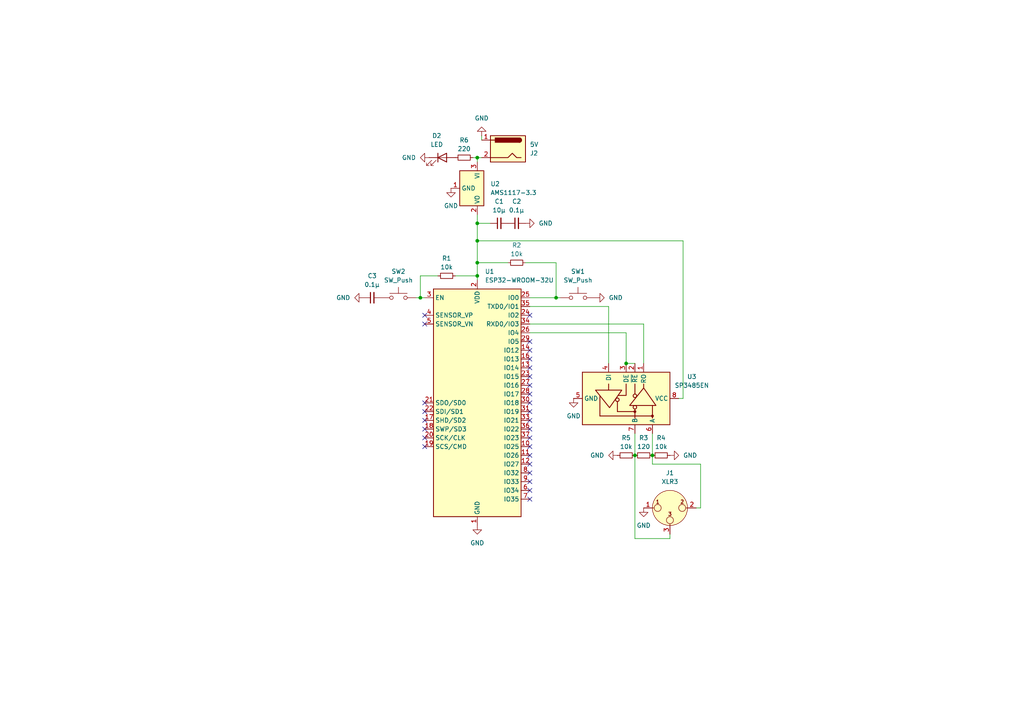
<source format=kicad_sch>
(kicad_sch (version 20231120) (generator "eeschema") (generator_version "8.0")
  (paper "A4")
  (title_block (title "Wi-Fi DMX-controller") (date "2025-03-07"))
  (lib_symbols
    (symbol "Connector:Barrel_Jack" (pin_names (offset 1.016))
      (property "Reference" "J" (at 0 5.334 0))
      (property "Value" "Barrel_Jack" (at 0 -5.08 0))
      (symbol "Barrel_Jack_0_1"
        (rectangle (start -5.08 3.81) (end 5.08 -3.81) (stroke (width 0.254)) (fill (type background)))
        (arc (start -3.302 3.175) (mid -3.9343 2.54) (end -3.302 1.905) (stroke (width 0.254)))
        (arc (start -3.302 3.175) (mid -3.9343 2.54) (end -3.302 1.905) (stroke (width 0.254)) (fill (type outline)))
        (polyline (pts (xy 5.08 2.54) (xy 3.81 2.54)) (stroke (width 0.254)))
        (polyline (pts (xy -3.81 -2.54) (xy -2.54 -2.54) (xy -1.27 -1.27) (xy 0 -2.54) (xy 2.54 -2.54) (xy 5.08 -2.54)) (stroke (width 0.254)))
        (rectangle (start 3.683 3.175) (end -3.302 1.905) (stroke (width 0.254)) (fill (type outline)))
      )
      (symbol "Barrel_Jack_1_1"
        (pin passive line (at 7.62 2.54 180) (length 2.54) (name "~") (number "1"))
        (pin passive line (at 7.62 -2.54 180) (length 2.54) (name "~") (number "2"))
      )
    )
    (symbol "Connector_Audio:XLR3" (pin_names hide)
      (property "Reference" "J" (at 0 8.89 0))
      (property "Value" "XLR3" (at 0 6.35 0))
      (symbol "XLR3_0_1"
        (circle (center -3.556 0) (radius 1.016))
        (circle (center 0 -3.556) (radius 1.016))
        (polyline (pts (xy -5.08 0) (xy -4.572 0)))
        (polyline (pts (xy 0 -5.08) (xy 0 -4.572)))
        (polyline (pts (xy 5.08 0) (xy 4.572 0)))
        (circle (center 0 0) (radius 5.08) (fill (type background)))
        (circle (center 3.556 0) (radius 1.016))
        (text "1" (at -3.556 1.778 0) (effects (font (size 1.016 1.016) (bold yes))))
        (text "2" (at 3.556 1.778 0) (effects (font (size 1.016 1.016) (bold yes))))
        (text "3" (at 0 -1.778 0) (effects (font (size 1.016 1.016) (bold yes))))
        (pin passive line (at -7.62 0 0) (length 2.54) (name "~") (number "1"))
        (pin passive line (at 7.62 0 180) (length 2.54) (name "~") (number "2"))
        (pin passive line (at 0 -7.62 90) (length 2.54) (name "~") (number "3"))
      )
    )
    (symbol "Device:C_Small" (pin_numbers hide) (pin_names (offset 0.254) hide)
      (property "Reference" "C" (at 0.254 1.778 0))
      (property "Value" "C_Small" (at 0.254 -2.032 0))
      (symbol "C_Small_0_1"
        (polyline (pts (xy -1.524 -0.508) (xy 1.524 -0.508)) (stroke (width 0.3302)))
        (polyline (pts (xy -1.524 0.508) (xy 1.524 0.508)) (stroke (width 0.3048)))
      )
      (symbol "C_Small_1_1"
        (pin passive line (at 0 2.54 270) (length 2.032) (name "~") (number "1"))
        (pin passive line (at 0 -2.54 90) (length 2.032) (name "~") (number "2"))
      )
    )
    (symbol "Device:LED" (pin_numbers hide) (pin_names (offset 1.016) hide)
      (property "Reference" "D" (at 0 2.54 0))
      (property "Value" "LED" (at 0 -2.54 0))
      (symbol "LED_0_1"
        (polyline (pts (xy -1.27 -1.27) (xy -1.27 1.27)) (stroke (width 0.254)))
        (polyline (pts (xy -1.27 0) (xy 1.27 0)))
        (polyline (pts (xy 1.27 -1.27) (xy 1.27 1.27) (xy -1.27 0) (xy 1.27 -1.27)) (stroke (width 0.254)))
        (polyline (pts (xy -3.048 -0.762) (xy -4.572 -2.286) (xy -3.81 -2.286) (xy -4.572 -2.286) (xy -4.572 -1.524)))
        (polyline (pts (xy -1.778 -0.762) (xy -3.302 -2.286) (xy -2.54 -2.286) (xy -3.302 -2.286) (xy -3.302 -1.524)))
      )
      (symbol "LED_1_1"
        (pin passive line (at -3.81 0 0) (length 2.54) (name "K") (number "1"))
        (pin passive line (at 3.81 0 180) (length 2.54) (name "A") (number "2"))
      )
    )
    (symbol "Device:R_Small" (pin_numbers hide) (pin_names (offset 0.254) hide)
      (property "Reference" "R" (at 0.762 0.508 0))
      (property "Value" "R_Small" (at 0.762 -1.016 0))
      (symbol "R_Small_0_1"
        (rectangle (start -0.762 1.778) (end 0.762 -1.778) (stroke (width 0.2032)))
      )
      (symbol "R_Small_1_1"
        (pin passive line (at 0 2.54 270) (length 0.762) (name "~") (number "1"))
        (pin passive line (at 0 -2.54 90) (length 0.762) (name "~") (number "2"))
      )
    )
    (symbol "Interface_UART:SP3485EN"
      (property "Reference" "U" (at -7.62 13.97 0))
      (property "Value" "SP3485EN" (at 1.905 13.97 0))
      (symbol "SP3485EN_0_1"
        (rectangle (start -7.62 12.7) (end 7.62 -12.7) (stroke (width 0.254)) (fill (type background)))
        (polyline (pts (xy -4.191 2.54) (xy -1.27 2.54)) (stroke (width 0.254)))
        (polyline (pts (xy -2.54 -5.08) (xy -4.191 -5.08)) (stroke (width 0.254)))
        (polyline (pts (xy -0.635 -7.62) (xy 5.08 -7.62)) (stroke (width 0.254)))
        (polyline (pts (xy 0.889 -2.54) (xy 3.81 -2.54)) (stroke (width 0.254)))
        (polyline (pts (xy 2.032 7.62) (xy 5.715 7.62)) (stroke (width 0.254)))
        (polyline (pts (xy 3.048 2.54) (xy 5.715 2.54)) (stroke (width 0.254)))
        (polyline (pts (xy 3.81 -2.54) (xy 3.81 2.54)) (stroke (width 0.254)))
        (polyline (pts (xy 5.08 -7.62) (xy 5.08 7.62)) (stroke (width 0.254)))
        (polyline (pts (xy -4.191 0) (xy -0.889 0) (xy -0.889 -2.286)) (stroke (width 0.254)))
        (polyline (pts (xy -3.175 5.08) (xy -4.191 5.08) (xy -4.064 5.08)) (stroke (width 0.254)))
        (polyline (pts (xy -2.413 -5.08) (xy -2.413 -1.27) (xy 2.667 -4.826) (xy -2.413 -8.89) (xy -2.413 -5.08)) (stroke (width 0.254)))
        (circle (center 0.381 -2.54) (radius 0.508) (stroke (width 0.254)))
        (circle (center 3.81 2.54) (radius 0.2794) (stroke (width 0.254)) (fill (type outline)))
      )
      (symbol "SP3485EN_1_1"
        (circle (center -0.762 2.54) (radius 0.508) (stroke (width 0.254)))
        (polyline (pts (xy 2.032 4.826) (xy 2.032 8.636) (xy -3.048 5.08) (xy 2.032 1.016) (xy 2.032 4.826)) (stroke (width 0.254)))
        (circle (center 2.54 2.54) (radius 0.508) (stroke (width 0.254)))
        (circle (center 5.08 7.62) (radius 0.2794) (stroke (width 0.254)) (fill (type outline)))
        (pin output line (at -10.16 5.08 0) (length 2.54) (name "RO") (number "1"))
        (pin input line (at -10.16 2.54 0) (length 2.54) (name "~{RE}") (number "2"))
        (pin input line (at -10.16 0 0) (length 2.54) (name "DE") (number "3"))
        (pin input line (at -10.16 -5.08 0) (length 2.54) (name "DI") (number "4"))
        (pin power_in line (at 0 -15.24 90) (length 2.54) (name "GND") (number "5"))
        (pin bidirectional line (at 10.16 7.62 180) (length 2.54) (name "A") (number "6"))
        (pin bidirectional line (at 10.16 2.54 180) (length 2.54) (name "B") (number "7"))
        (pin power_in line (at 0 15.24 270) (length 2.54) (name "VCC") (number "8"))
      )
    )
    (symbol "RF_Module:ESP32-WROOM-32U"
      (property "Reference" "U" (at -12.7 34.29 0))
      (property "Value" "ESP32-WROOM-32U" (at 1.27 34.29 0))
      (symbol "ESP32-WROOM-32U_0_1"
        (rectangle (start -12.7 33.02) (end 12.7 -33.02) (stroke (width 0.254)) (fill (type background)))
      )
      (symbol "ESP32-WROOM-32U_1_1"
        (pin power_in line (at 0 -35.56 90) (length 2.54) (name "GND") (number "1"))
        (pin bidirectional line (at 15.24 -12.7 180) (length 2.54) (name "IO25") (number "10"))
        (pin bidirectional line (at 15.24 -15.24 180) (length 2.54) (name "IO26") (number "11"))
        (pin bidirectional line (at 15.24 -17.78 180) (length 2.54) (name "IO27") (number "12"))
        (pin bidirectional line (at 15.24 10.16 180) (length 2.54) (name "IO14") (number "13"))
        (pin bidirectional line (at 15.24 15.24 180) (length 2.54) (name "IO12") (number "14"))
        (pin passive line (at 0 -35.56 90) (length 2.54) hide (name "GND") (number "15"))
        (pin bidirectional line (at 15.24 12.7 180) (length 2.54) (name "IO13") (number "16"))
        (pin bidirectional line (at -15.24 -5.08 0) (length 2.54) (name "SHD/SD2") (number "17"))
        (pin bidirectional line (at -15.24 -7.62 0) (length 2.54) (name "SWP/SD3") (number "18"))
        (pin bidirectional line (at -15.24 -12.7 0) (length 2.54) (name "SCS/CMD") (number "19"))
        (pin power_in line (at 0 35.56 270) (length 2.54) (name "VDD") (number "2"))
        (pin bidirectional line (at -15.24 -10.16 0) (length 2.54) (name "SCK/CLK") (number "20"))
        (pin bidirectional line (at -15.24 0 0) (length 2.54) (name "SDO/SD0") (number "21"))
        (pin bidirectional line (at -15.24 -2.54 0) (length 2.54) (name "SDI/SD1") (number "22"))
        (pin bidirectional line (at 15.24 7.62 180) (length 2.54) (name "IO15") (number "23"))
        (pin bidirectional line (at 15.24 25.4 180) (length 2.54) (name "IO2") (number "24"))
        (pin bidirectional line (at 15.24 30.48 180) (length 2.54) (name "IO0") (number "25"))
        (pin bidirectional line (at 15.24 20.32 180) (length 2.54) (name "IO4") (number "26"))
        (pin bidirectional line (at 15.24 5.08 180) (length 2.54) (name "IO16") (number "27"))
        (pin bidirectional line (at 15.24 2.54 180) (length 2.54) (name "IO17") (number "28"))
        (pin bidirectional line (at 15.24 17.78 180) (length 2.54) (name "IO5") (number "29"))
        (pin input line (at -15.24 30.48 0) (length 2.54) (name "EN") (number "3"))
        (pin bidirectional line (at 15.24 0 180) (length 2.54) (name "IO18") (number "30"))
        (pin bidirectional line (at 15.24 -2.54 180) (length 2.54) (name "IO19") (number "31"))
        (pin no_connect line (at -12.7 -27.94 0) (length 2.54) hide (name "NC") (number "32"))
        (pin bidirectional line (at 15.24 -5.08 180) (length 2.54) (name "IO21") (number "33"))
        (pin bidirectional line (at 15.24 22.86 180) (length 2.54) (name "RXD0/IO3") (number "34"))
        (pin bidirectional line (at 15.24 27.94 180) (length 2.54) (name "TXD0/IO1") (number "35"))
        (pin bidirectional line (at 15.24 -7.62 180) (length 2.54) (name "IO22") (number "36"))
        (pin bidirectional line (at 15.24 -10.16 180) (length 2.54) (name "IO23") (number "37"))
        (pin passive line (at 0 -35.56 90) (length 2.54) hide (name "GND") (number "38"))
        (pin passive line (at 0 -35.56 90) (length 2.54) hide (name "GND") (number "39"))
        (pin input line (at -15.24 25.4 0) (length 2.54) (name "SENSOR_VP") (number "4"))
        (pin input line (at -15.24 22.86 0) (length 2.54) (name "SENSOR_VN") (number "5"))
        (pin input line (at 15.24 -25.4 180) (length 2.54) (name "IO34") (number "6"))
        (pin input line (at 15.24 -27.94 180) (length 2.54) (name "IO35") (number "7"))
        (pin bidirectional line (at 15.24 -20.32 180) (length 2.54) (name "IO32") (number "8"))
        (pin bidirectional line (at 15.24 -22.86 180) (length 2.54) (name "IO33") (number "9"))
      )
    )
    (symbol "Regulator_Linear:AMS1117-3.3"
      (property "Reference" "U" (at -3.81 3.175 0))
      (property "Value" "AMS1117-3.3" (at 0 3.175 0))
      (symbol "AMS1117-3.3_0_1"
        (rectangle (start -5.08 -5.08) (end 5.08 1.905) (stroke (width 0.254)) (fill (type background)))
      )
      (symbol "AMS1117-3.3_1_1"
        (pin power_in line (at 0 -7.62 90) (length 2.54) (name "GND") (number "1"))
        (pin power_out line (at 7.62 0 180) (length 2.54) (name "VO") (number "2"))
        (pin power_in line (at -7.62 0 0) (length 2.54) (name "VI") (number "3"))
      )
    )
    (symbol "Switch:SW_Push" (pin_numbers hide) (pin_names (offset 1.016) hide)
      (property "Reference" "SW" (at 1.27 2.54 0))
      (property "Value" "SW_Push" (at 0 -1.524 0))
      (symbol "SW_Push_0_1"
        (circle (center -2.032 0) (radius 0.508))
        (polyline (pts (xy 0 1.27) (xy 0 3.048)))
        (polyline (pts (xy 2.54 1.27) (xy -2.54 1.27)))
        (circle (center 2.032 0) (radius 0.508))
        (pin passive line (at -5.08 0 0) (length 2.54) (name "1") (number "1"))
        (pin passive line (at 5.08 0 180) (length 2.54) (name "2") (number "2"))
      )
    )
    (symbol "power:GND" (power) (pin_numbers hide) (pin_names (offset 0) hide)
      (property "Value" "GND" (at 0 -3.81 0))
      (symbol "GND_0_1"
        (polyline (pts (xy 0 0) (xy 0 -1.27) (xy 1.27 -1.27) (xy 0 -2.54) (xy -1.27 -1.27) (xy 0 -1.27)))
      )
      (symbol "GND_1_1"
        (pin power_in line (at 0 0 270) (length 0) (name "~") (number "1"))
      )
    )
  )
  (junction (at 161.29 86.36))
  (junction (at 138.43 69.85))
  (junction (at 138.43 64.77))
  (junction (at 138.43 76.2))
  (junction (at 138.43 80.01))
  (junction (at 181.61 105.41))
  (junction (at 121.92 86.36))
  (junction (at 184.15 132.08))
  (junction (at 138.43 45.72))
  (junction (at 189.23 132.08))
  (no_connect (at 123.19 129.54))
  (no_connect (at 153.67 132.08))
  (no_connect (at 123.19 93.98))
  (no_connect (at 153.67 101.6))
  (no_connect (at 153.67 114.3))
  (no_connect (at 153.67 142.24))
  (no_connect (at 153.67 137.16))
  (no_connect (at 153.67 121.92))
  (no_connect (at 153.67 99.06))
  (no_connect (at 153.67 91.44))
  (no_connect (at 153.67 106.68))
  (no_connect (at 123.19 121.92))
  (no_connect (at 123.19 124.46))
  (no_connect (at 153.67 124.46))
  (no_connect (at 123.19 127))
  (no_connect (at 123.19 91.44))
  (no_connect (at 153.67 144.78))
  (no_connect (at 153.67 104.14))
  (no_connect (at 153.67 134.62))
  (no_connect (at 153.67 139.7))
  (no_connect (at 153.67 109.22))
  (no_connect (at 153.67 129.54))
  (no_connect (at 153.67 116.84))
  (no_connect (at 153.67 111.76))
  (no_connect (at 153.67 127))
  (no_connect (at 123.19 119.38))
  (no_connect (at 153.67 119.38))
  (no_connect (at 123.19 116.84))
  (wire (pts (xy 203.2 147.32) (xy 203.2 134.62)))
  (wire (pts (xy 153.67 93.98) (xy 186.69 93.98)))
  (wire (pts (xy 132.08 80.01) (xy 138.43 80.01)))
  (wire (pts (xy 176.53 105.41) (xy 176.53 88.9)))
  (wire (pts (xy 138.43 76.2) (xy 147.32 76.2)))
  (wire (pts (xy 138.43 45.72) (xy 139.7 45.72)))
  (wire (pts (xy 184.15 125.73) (xy 184.15 132.08)))
  (wire (pts (xy 121.92 86.36) (xy 123.19 86.36)))
  (wire (pts (xy 137.16 45.72) (xy 138.43 45.72)))
  (wire (pts (xy 138.43 76.2) (xy 138.43 80.01)))
  (wire (pts (xy 201.93 147.32) (xy 203.2 147.32)))
  (wire (pts (xy 184.15 156.21) (xy 184.15 132.08)))
  (wire (pts (xy 153.67 88.9) (xy 176.53 88.9)))
  (wire (pts (xy 189.23 125.73) (xy 189.23 132.08)))
  (wire (pts (xy 153.67 96.52) (xy 181.61 96.52)))
  (wire (pts (xy 138.43 62.23) (xy 138.43 64.77)))
  (wire (pts (xy 138.43 64.77) (xy 142.24 64.77)))
  (wire (pts (xy 162.56 86.36) (xy 161.29 86.36)))
  (wire (pts (xy 198.12 69.85) (xy 138.43 69.85)))
  (wire (pts (xy 181.61 96.52) (xy 181.61 105.41)))
  (wire (pts (xy 181.61 105.41) (xy 184.15 105.41)))
  (wire (pts (xy 138.43 64.77) (xy 138.43 69.85)))
  (wire (pts (xy 127 80.01) (xy 121.92 80.01)))
  (wire (pts (xy 189.23 134.62) (xy 189.23 132.08)))
  (wire (pts (xy 196.85 115.57) (xy 198.12 115.57)))
  (wire (pts (xy 194.31 156.21) (xy 184.15 156.21)))
  (wire (pts (xy 138.43 80.01) (xy 138.43 81.28)))
  (wire (pts (xy 203.2 134.62) (xy 189.23 134.62)))
  (wire (pts (xy 186.69 93.98) (xy 186.69 105.41)))
  (wire (pts (xy 194.31 154.94) (xy 194.31 156.21)))
  (wire (pts (xy 161.29 76.2) (xy 161.29 86.36)))
  (wire (pts (xy 121.92 80.01) (xy 121.92 86.36)))
  (wire (pts (xy 138.43 69.85) (xy 138.43 76.2)))
  (wire (pts (xy 198.12 115.57) (xy 198.12 69.85)))
  (wire (pts (xy 138.43 45.72) (xy 138.43 46.99)))
  (wire (pts (xy 161.29 86.36) (xy 153.67 86.36)))
  (wire (pts (xy 120.65 86.36) (xy 121.92 86.36)))
  (wire (pts (xy 139.7 39.37) (xy 139.7 40.64)))
  (wire (pts (xy 152.4 76.2) (xy 161.29 76.2)))
  (symbol (lib_id "power:GND") (at 186.69 147.32 0) (unit 1)
    (property "Reference" "#PWR9" (effects (hide yes)))
    (property "Value" "GND" (at 186.69 152.4 0))
    (property "Description" "Power symbol creates a global label with name \"GND\" , ground" (effects (hide yes)))
  )
  (symbol (lib_id "Switch:SW_Push") (at 167.64 86.36 0) (unit 1)
    (property "Reference" "SW1" (at 167.64 78.74 0))
    (property "Value" "SW_Push" (at 167.64 81.28 0))
    (property "Footprint" "user_library:FSMSM_smd_button" (effects (hide yes)))
    (property "Description" "Push button switch, generic, two pins" (effects (hide yes)))
  )
  (symbol (lib_id "Device:R_Small") (at 134.62 45.72 270) (unit 1)
    (property "Reference" "R6" (at 134.62 40.64 90))
    (property "Value" "220" (at 134.62 43.18 90))
    (property "Footprint" "Resistor_SMD:R_0805_2012Metric_Pad1.20x1.40mm_HandSolder" (effects (hide yes)))
    (property "Description" "Resistor, small symbol" (effects (hide yes)))
  )
  (symbol (lib_id "power:GND") (at 139.7 39.37 180) (unit 1)
    (property "Reference" "#PWR10" (effects (hide yes)))
    (property "Value" "GND" (at 139.7 34.29 0))
    (property "Description" "Power symbol creates a global label with name \"GND\" , ground" (effects (hide yes)))
  )
  (symbol (lib_id "RF_Module:ESP32-WROOM-32U") (at 138.43 116.84 0) (unit 1)
    (property "Reference" "U1" (at 140.6241 78.74 0) (effects (justify left)))
    (property "Value" "ESP32-WROOM-32U" (at 140.6241 81.28 0) (effects (justify left)))
    (property "Footprint" "RF_Module:ESP32-WROOM-32U" (effects (hide yes)))
    (property "Datasheet" "https://www.espressif.com/sites/default/files/documentation/esp32-wroom-32d_esp32-wroom-32u_datasheet_en.pdf" (effects (hide yes)))
    (property "Description" "RF Module, ESP32-D0WD SoC, Wi-Fi 802.11b/g/n, Bluetooth, BLE, 32-bit, 2.7-3.6V, external antenna, SMD" (effects (hide yes)))
  )
  (symbol (lib_id "power:GND") (at 138.43 152.4 0) (unit 1)
    (property "Reference" "#PWR2" (effects (hide yes)))
    (property "Value" "GND" (at 138.43 157.48 0))
    (property "Description" "Power symbol creates a global label with name \"GND\" , ground" (effects (hide yes)))
  )
  (symbol (lib_id "Regulator_Linear:AMS1117-3.3") (at 138.43 54.61 270) (unit 1)
    (property "Reference" "U2" (at 142.24 53.3399 90) (effects (justify left)))
    (property "Value" "AMS1117-3.3" (at 142.24 55.8799 90) (effects (justify left)))
    (property "Footprint" "Package_TO_SOT_SMD:SOT-223-3_TabPin2" (effects (hide yes)))
    (property "Datasheet" "http://www.advanced-monolithic.com/pdf/ds1117.pdf" (effects (hide yes)))
    (property "Description" "1A Low Dropout regulator, positive, 3.3V fixed output, SOT-223" (effects (hide yes)))
  )
  (symbol (lib_id "power:GND") (at 166.37 115.57 0) (unit 1)
    (property "Reference" "#PWR6" (effects (hide yes)))
    (property "Value" "GND" (at 166.37 120.65 0))
    (property "Description" "Power symbol creates a global label with name \"GND\" , ground" (effects (hide yes)))
  )
  (symbol (lib_id "Device:LED") (at 128.27 45.72 0) (unit 1)
    (property "Reference" "D2" (at 126.6825 39.37 0))
    (property "Value" "LED" (at 126.6825 41.91 0))
    (property "Footprint" "LED_THT:LED_D5.0mm_Clear" (effects (hide yes)))
    (property "Description" "Light emitting diode" (effects (hide yes)))
  )
  (symbol (lib_id "Device:C_Small") (at 107.95 86.36 90) (unit 1)
    (property "Reference" "C3" (at 107.9563 80.01 90))
    (property "Value" "0.1µ" (at 107.9563 82.55 90))
    (property "Footprint" "Capacitor_SMD:C_0805_2012Metric_Pad1.18x1.45mm_HandSolder" (effects (hide yes)))
    (property "Description" "Unpolarized capacitor, small symbol" (effects (hide yes)))
  )
  (symbol (lib_id "Switch:SW_Push") (at 115.57 86.36 0) (unit 1)
    (property "Reference" "SW2" (at 115.57 78.74 0))
    (property "Value" "SW_Push" (at 115.57 81.28 0))
    (property "Footprint" "user_library:FSMSM_smd_button" (effects (hide yes)))
    (property "Description" "Push button switch, generic, two pins" (effects (hide yes)))
  )
  (symbol (lib_id "Connector:Barrel_Jack") (at 147.32 43.18 0) (mirror y) (unit 1)
    (property "Reference" "J2" (at 153.67 44.4501 0) (effects (justify right)))
    (property "Value" "5V" (at 153.67 41.9101 0) (effects (justify right)))
    (property "Footprint" "user_library:2pin_10mm" (effects (hide yes)))
    (property "Description" "DC Barrel Jack" (effects (hide yes)))
  )
  (symbol (lib_id "Device:R_Small") (at 149.86 76.2 270) (unit 1)
    (property "Reference" "R2" (at 149.86 71.12 90))
    (property "Value" "10k" (at 149.86 73.66 90))
    (property "Footprint" "Resistor_SMD:R_0805_2012Metric_Pad1.20x1.40mm_HandSolder" (effects (hide yes)))
    (property "Description" "Resistor, small symbol" (effects (hide yes)))
  )
  (symbol (lib_id "Device:R_Small") (at 191.77 132.08 90) (unit 1)
    (property "Reference" "R4" (at 191.77 127 90))
    (property "Value" "10k" (at 191.77 129.54 90))
    (property "Footprint" "Resistor_SMD:R_0805_2012Metric_Pad1.20x1.40mm_HandSolder" (effects (hide yes)))
    (property "Description" "Resistor, small symbol" (effects (hide yes)))
  )
  (symbol (lib_id "power:GND") (at 130.81 54.61 0) (unit 1)
    (property "Reference" "#PWR1" (effects (hide yes)))
    (property "Value" "GND" (at 130.81 59.69 0))
    (property "Description" "Power symbol creates a global label with name \"GND\" , ground" (effects (hide yes)))
  )
  (symbol (lib_id "Device:C_Small") (at 144.78 64.77 90) (unit 1)
    (property "Reference" "C1" (at 144.7863 58.42 90))
    (property "Value" "10µ" (at 144.7863 60.96 90))
    (property "Footprint" "Capacitor_SMD:C_0805_2012Metric_Pad1.18x1.45mm_HandSolder" (effects (hide yes)))
    (property "Description" "Unpolarized capacitor, small symbol" (effects (hide yes)))
  )
  (symbol (lib_id "power:GND") (at 124.46 45.72 270) (unit 1)
    (property "Reference" "#PWR12" (effects (hide yes)))
    (property "Value" "GND" (at 120.65 45.7199 90) (effects (justify right)))
    (property "Description" "Power symbol creates a global label with name \"GND\" , ground" (effects (hide yes)))
  )
  (symbol (lib_id "Device:R_Small") (at 129.54 80.01 90) (unit 1)
    (property "Reference" "R1" (at 129.54 74.93 90))
    (property "Value" "10k" (at 129.54 77.47 90))
    (property "Footprint" "Resistor_SMD:R_0805_2012Metric_Pad1.20x1.40mm_HandSolder" (effects (hide yes)))
    (property "Description" "Resistor, small symbol" (effects (hide yes)))
  )
  (symbol (lib_id "Device:R_Small") (at 181.61 132.08 90) (unit 1)
    (property "Reference" "R5" (at 181.61 127 90))
    (property "Value" "10k" (at 181.61 129.54 90))
    (property "Footprint" "Resistor_SMD:R_0805_2012Metric_Pad1.20x1.40mm_HandSolder" (effects (hide yes)))
    (property "Description" "Resistor, small symbol" (effects (hide yes)))
  )
  (symbol (lib_id "power:GND") (at 152.4 64.77 90) (unit 1)
    (property "Reference" "#PWR3" (effects (hide yes)))
    (property "Value" "GND" (at 156.21 64.7699 90) (effects (justify right)))
    (property "Description" "Power symbol creates a global label with name \"GND\" , ground" (effects (hide yes)))
  )
  (symbol (lib_id "Connector_Audio:XLR3") (at 194.31 147.32 0) (unit 1)
    (property "Reference" "J1" (at 194.31 137.16 0))
    (property "Value" "XLR3" (at 194.31 139.7 0))
    (property "Footprint" "user_library:3pin_10mm" (effects (hide yes)))
    (property "Description" "XLR Connector, Male or Female, 3 Pins" (effects (hide yes)))
  )
  (symbol (lib_id "Interface_UART:SP3485EN") (at 181.61 115.57 270) (unit 1)
    (property "Reference" "U3" (at 200.66 109.2514 90))
    (property "Value" "SP3485EN" (at 200.66 111.7914 90))
    (property "Footprint" "Package_SO:SOIC-8_3.9x4.9mm_P1.27mm" (effects (hide yes)))
    (property "Datasheet" "http://www.icbase.com/pdf/SPX/SPX00480106.pdf" (effects (hide yes)))
    (property "Description" "Industrial 3.3V Low Power Half-Duplex RS-485 Transceiver 10Mbps, SOIC-8" (effects (hide yes)))
  )
  (symbol (lib_id "power:GND") (at 105.41 86.36 270) (unit 1)
    (property "Reference" "#PWR5" (effects (hide yes)))
    (property "Value" "GND" (at 101.6 86.3599 90) (effects (justify right)))
    (property "Description" "Power symbol creates a global label with name \"GND\" , ground" (effects (hide yes)))
  )
  (symbol (lib_id "power:GND") (at 179.07 132.08 270) (unit 1)
    (property "Reference" "#PWR7" (effects (hide yes)))
    (property "Value" "GND" (at 175.26 132.0799 90) (effects (justify right)))
    (property "Description" "Power symbol creates a global label with name \"GND\" , ground" (effects (hide yes)))
  )
  (symbol (lib_id "Device:C_Small") (at 149.86 64.77 90) (unit 1)
    (property "Reference" "C2" (at 149.8663 58.42 90))
    (property "Value" "0.1µ" (at 149.8663 60.96 90))
    (property "Footprint" "Capacitor_SMD:C_0805_2012Metric_Pad1.18x1.45mm_HandSolder" (effects (hide yes)))
    (property "Description" "Unpolarized capacitor, small symbol" (effects (hide yes)))
  )
  (symbol (lib_id "power:GND") (at 194.31 132.08 90) (unit 1)
    (property "Reference" "#PWR8" (effects (hide yes)))
    (property "Value" "GND" (at 198.12 132.0799 90) (effects (justify right)))
    (property "Description" "Power symbol creates a global label with name \"GND\" , ground" (effects (hide yes)))
  )
  (symbol (lib_id "power:GND") (at 172.72 86.36 90) (unit 1)
    (property "Reference" "#PWR4" (effects (hide yes)))
    (property "Value" "GND" (at 176.53 86.3599 90) (effects (justify right)))
    (property "Description" "Power symbol creates a global label with name \"GND\" , ground" (effects (hide yes)))
  )
  (symbol (lib_id "Device:R_Small") (at 186.69 132.08 90) (unit 1)
    (property "Reference" "R3" (at 186.69 127 90))
    (property "Value" "120" (at 186.69 129.54 90))
    (property "Footprint" "Resistor_SMD:R_0805_2012Metric_Pad1.20x1.40mm_HandSolder" (effects (hide yes)))
    (property "Description" "Resistor, small symbol" (effects (hide yes)))
  )
)
</source>
